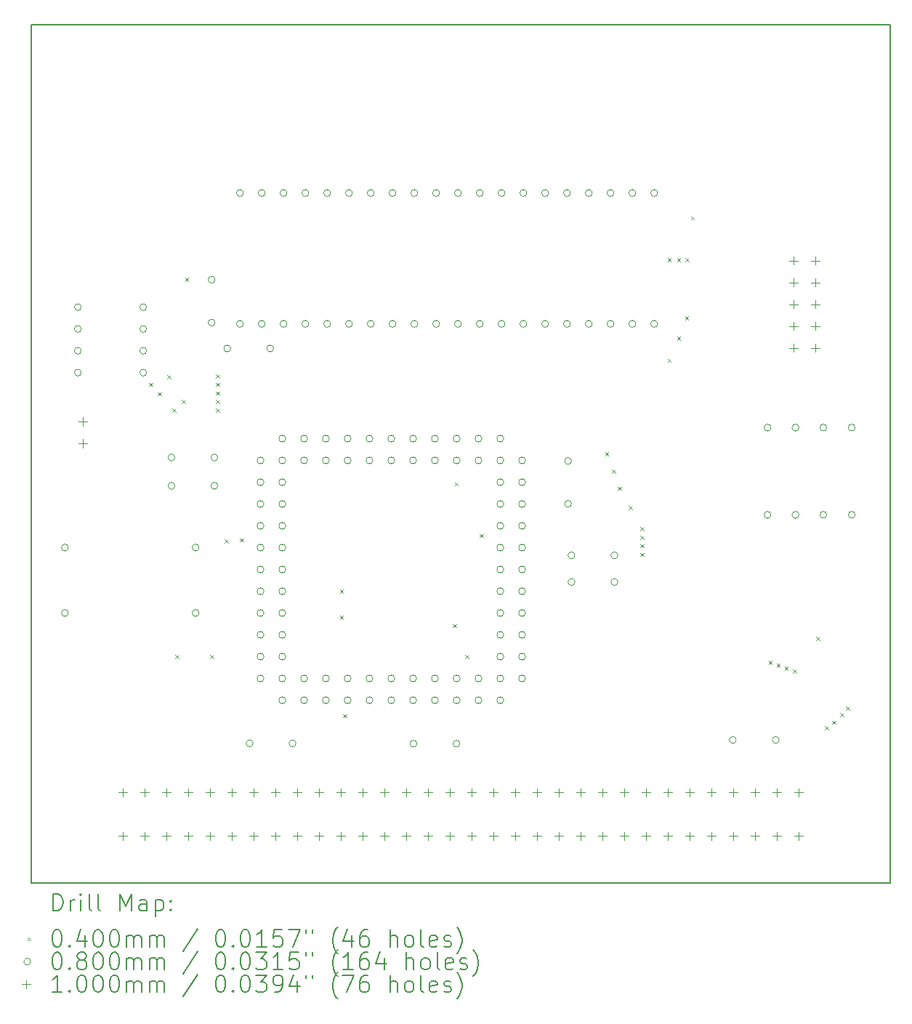
<source format=gbr>
%TF.GenerationSoftware,KiCad,Pcbnew,7.0.5*%
%TF.CreationDate,2024-01-19T11:40:46-07:00*%
%TF.ProjectId,cpu_board,6370755f-626f-4617-9264-2e6b69636164,rev?*%
%TF.SameCoordinates,Original*%
%TF.FileFunction,Drillmap*%
%TF.FilePolarity,Positive*%
%FSLAX45Y45*%
G04 Gerber Fmt 4.5, Leading zero omitted, Abs format (unit mm)*
G04 Created by KiCad (PCBNEW 7.0.5) date 2024-01-19 11:40:46*
%MOMM*%
%LPD*%
G01*
G04 APERTURE LIST*
%ADD10C,0.200000*%
%ADD11C,0.040000*%
%ADD12C,0.080000*%
%ADD13C,0.100000*%
G04 APERTURE END LIST*
D10*
X5750000Y-6600000D02*
X15750000Y-6600000D01*
X15750000Y-16600000D01*
X5750000Y-16600000D01*
X5750000Y-6600000D01*
D11*
X7120000Y-10770000D02*
X7160000Y-10810000D01*
X7160000Y-10770000D02*
X7120000Y-10810000D01*
X7220000Y-10879950D02*
X7260000Y-10919950D01*
X7260000Y-10879950D02*
X7220000Y-10919950D01*
X7330000Y-10680000D02*
X7370000Y-10720000D01*
X7370000Y-10680000D02*
X7330000Y-10720000D01*
X7390000Y-11069950D02*
X7430000Y-11109950D01*
X7430000Y-11069950D02*
X7390000Y-11109950D01*
X7421950Y-13938050D02*
X7461950Y-13978050D01*
X7461950Y-13938050D02*
X7421950Y-13978050D01*
X7500000Y-10970000D02*
X7540000Y-11010000D01*
X7540000Y-10970000D02*
X7500000Y-11010000D01*
X7537550Y-9548500D02*
X7577550Y-9588500D01*
X7577550Y-9548500D02*
X7537550Y-9588500D01*
X7830000Y-13940000D02*
X7870000Y-13980000D01*
X7870000Y-13940000D02*
X7830000Y-13980000D01*
X7900000Y-10670000D02*
X7940000Y-10710000D01*
X7940000Y-10670000D02*
X7900000Y-10710000D01*
X7900000Y-10770099D02*
X7940000Y-10810099D01*
X7940000Y-10770099D02*
X7900000Y-10810099D01*
X7900000Y-10870050D02*
X7940000Y-10910050D01*
X7940000Y-10870050D02*
X7900000Y-10910050D01*
X7900000Y-10970000D02*
X7940000Y-11010000D01*
X7940000Y-10970000D02*
X7900000Y-11010000D01*
X7900000Y-11069950D02*
X7940000Y-11109950D01*
X7940000Y-11069950D02*
X7900000Y-11109950D01*
X8000000Y-12596550D02*
X8040000Y-12636550D01*
X8040000Y-12596550D02*
X8000000Y-12636550D01*
X8180000Y-12580000D02*
X8220000Y-12620000D01*
X8220000Y-12580000D02*
X8180000Y-12620000D01*
X9340000Y-13180000D02*
X9380000Y-13220000D01*
X9380000Y-13180000D02*
X9340000Y-13220000D01*
X9340000Y-13480000D02*
X9380000Y-13520000D01*
X9380000Y-13480000D02*
X9340000Y-13520000D01*
X9380000Y-14630000D02*
X9420000Y-14670000D01*
X9420000Y-14630000D02*
X9380000Y-14670000D01*
X10660000Y-13579950D02*
X10700000Y-13619950D01*
X10700000Y-13579950D02*
X10660000Y-13619950D01*
X10680000Y-11930000D02*
X10720000Y-11970000D01*
X10720000Y-11930000D02*
X10680000Y-11970000D01*
X10800000Y-13940000D02*
X10840000Y-13980000D01*
X10840000Y-13940000D02*
X10800000Y-13980000D01*
X10970000Y-12530000D02*
X11010000Y-12570000D01*
X11010000Y-12530000D02*
X10970000Y-12570000D01*
X12432450Y-11580000D02*
X12472450Y-11620000D01*
X12472450Y-11580000D02*
X12432450Y-11620000D01*
X12510000Y-11780000D02*
X12550000Y-11820000D01*
X12550000Y-11780000D02*
X12510000Y-11820000D01*
X12580000Y-11980000D02*
X12620000Y-12020000D01*
X12620000Y-11980000D02*
X12580000Y-12020000D01*
X12703770Y-12206230D02*
X12743770Y-12246230D01*
X12743770Y-12206230D02*
X12703770Y-12246230D01*
X12840000Y-12550000D02*
X12880000Y-12590000D01*
X12880000Y-12550000D02*
X12840000Y-12590000D01*
X12840000Y-12649950D02*
X12880000Y-12689950D01*
X12880000Y-12649950D02*
X12840000Y-12689950D01*
X12840000Y-12749901D02*
X12880000Y-12789901D01*
X12880000Y-12749901D02*
X12840000Y-12789901D01*
X12842550Y-12450000D02*
X12882550Y-12490000D01*
X12882550Y-12450000D02*
X12842550Y-12490000D01*
X13160000Y-9316306D02*
X13200000Y-9356306D01*
X13200000Y-9316306D02*
X13160000Y-9356306D01*
X13160000Y-10490000D02*
X13200000Y-10530000D01*
X13200000Y-10490000D02*
X13160000Y-10530000D01*
X13270000Y-9320000D02*
X13310000Y-9360000D01*
X13310000Y-9320000D02*
X13270000Y-9360000D01*
X13270000Y-10230000D02*
X13310000Y-10270000D01*
X13310000Y-10230000D02*
X13270000Y-10270000D01*
X13363770Y-9996230D02*
X13403770Y-10036230D01*
X13403770Y-9996230D02*
X13363770Y-10036230D01*
X13370000Y-9320000D02*
X13410000Y-9360000D01*
X13410000Y-9320000D02*
X13370000Y-9360000D01*
X13430000Y-8830000D02*
X13470000Y-8870000D01*
X13470000Y-8830000D02*
X13430000Y-8870000D01*
X14335991Y-14006052D02*
X14375991Y-14046052D01*
X14375991Y-14006052D02*
X14335991Y-14046052D01*
X14430000Y-14040000D02*
X14470000Y-14080000D01*
X14470000Y-14040000D02*
X14430000Y-14080000D01*
X14523586Y-14075095D02*
X14563586Y-14115095D01*
X14563586Y-14075095D02*
X14523586Y-14115095D01*
X14620000Y-14110000D02*
X14660000Y-14150000D01*
X14660000Y-14110000D02*
X14620000Y-14150000D01*
X14889875Y-13729506D02*
X14929875Y-13769506D01*
X14929875Y-13729506D02*
X14889875Y-13769506D01*
X14990000Y-14770000D02*
X15030000Y-14810000D01*
X15030000Y-14770000D02*
X14990000Y-14810000D01*
X15080200Y-14706400D02*
X15120200Y-14746400D01*
X15120200Y-14706400D02*
X15080200Y-14746400D01*
X15167550Y-14620000D02*
X15207550Y-14660000D01*
X15207550Y-14620000D02*
X15167550Y-14660000D01*
X15240000Y-14543792D02*
X15280000Y-14583792D01*
X15280000Y-14543792D02*
X15240000Y-14583792D01*
D12*
X6178000Y-12689000D02*
G75*
G03*
X6178000Y-12689000I-40000J0D01*
G01*
X6178000Y-13451000D02*
G75*
G03*
X6178000Y-13451000I-40000J0D01*
G01*
X6328000Y-9888000D02*
G75*
G03*
X6328000Y-9888000I-40000J0D01*
G01*
X6328000Y-10142000D02*
G75*
G03*
X6328000Y-10142000I-40000J0D01*
G01*
X6328000Y-10396000D02*
G75*
G03*
X6328000Y-10396000I-40000J0D01*
G01*
X6328000Y-10650000D02*
G75*
G03*
X6328000Y-10650000I-40000J0D01*
G01*
X7090000Y-9888000D02*
G75*
G03*
X7090000Y-9888000I-40000J0D01*
G01*
X7090000Y-10142000D02*
G75*
G03*
X7090000Y-10142000I-40000J0D01*
G01*
X7090000Y-10396000D02*
G75*
G03*
X7090000Y-10396000I-40000J0D01*
G01*
X7090000Y-10650000D02*
G75*
G03*
X7090000Y-10650000I-40000J0D01*
G01*
X7420000Y-11640000D02*
G75*
G03*
X7420000Y-11640000I-40000J0D01*
G01*
X7420000Y-11970000D02*
G75*
G03*
X7420000Y-11970000I-40000J0D01*
G01*
X7702000Y-12689000D02*
G75*
G03*
X7702000Y-12689000I-40000J0D01*
G01*
X7702000Y-13451000D02*
G75*
G03*
X7702000Y-13451000I-40000J0D01*
G01*
X7887500Y-9568500D02*
G75*
G03*
X7887500Y-9568500I-40000J0D01*
G01*
X7887500Y-10068500D02*
G75*
G03*
X7887500Y-10068500I-40000J0D01*
G01*
X7920000Y-11640000D02*
G75*
G03*
X7920000Y-11640000I-40000J0D01*
G01*
X7920000Y-11970000D02*
G75*
G03*
X7920000Y-11970000I-40000J0D01*
G01*
X8070000Y-10370000D02*
G75*
G03*
X8070000Y-10370000I-40000J0D01*
G01*
X8217500Y-8558500D02*
G75*
G03*
X8217500Y-8558500I-40000J0D01*
G01*
X8217500Y-10082500D02*
G75*
G03*
X8217500Y-10082500I-40000J0D01*
G01*
X8330000Y-14970000D02*
G75*
G03*
X8330000Y-14970000I-40000J0D01*
G01*
X8456000Y-11674000D02*
G75*
G03*
X8456000Y-11674000I-40000J0D01*
G01*
X8456000Y-11928000D02*
G75*
G03*
X8456000Y-11928000I-40000J0D01*
G01*
X8456000Y-12182000D02*
G75*
G03*
X8456000Y-12182000I-40000J0D01*
G01*
X8456000Y-12436000D02*
G75*
G03*
X8456000Y-12436000I-40000J0D01*
G01*
X8456000Y-12690000D02*
G75*
G03*
X8456000Y-12690000I-40000J0D01*
G01*
X8456000Y-12944000D02*
G75*
G03*
X8456000Y-12944000I-40000J0D01*
G01*
X8456000Y-13198000D02*
G75*
G03*
X8456000Y-13198000I-40000J0D01*
G01*
X8456000Y-13452000D02*
G75*
G03*
X8456000Y-13452000I-40000J0D01*
G01*
X8456000Y-13706000D02*
G75*
G03*
X8456000Y-13706000I-40000J0D01*
G01*
X8456000Y-13960000D02*
G75*
G03*
X8456000Y-13960000I-40000J0D01*
G01*
X8456000Y-14214000D02*
G75*
G03*
X8456000Y-14214000I-40000J0D01*
G01*
X8471500Y-8558500D02*
G75*
G03*
X8471500Y-8558500I-40000J0D01*
G01*
X8471500Y-10082500D02*
G75*
G03*
X8471500Y-10082500I-40000J0D01*
G01*
X8570000Y-10370000D02*
G75*
G03*
X8570000Y-10370000I-40000J0D01*
G01*
X8710000Y-11420000D02*
G75*
G03*
X8710000Y-11420000I-40000J0D01*
G01*
X8710000Y-11674000D02*
G75*
G03*
X8710000Y-11674000I-40000J0D01*
G01*
X8710000Y-11928000D02*
G75*
G03*
X8710000Y-11928000I-40000J0D01*
G01*
X8710000Y-12182000D02*
G75*
G03*
X8710000Y-12182000I-40000J0D01*
G01*
X8710000Y-12436000D02*
G75*
G03*
X8710000Y-12436000I-40000J0D01*
G01*
X8710000Y-12690000D02*
G75*
G03*
X8710000Y-12690000I-40000J0D01*
G01*
X8710000Y-12944000D02*
G75*
G03*
X8710000Y-12944000I-40000J0D01*
G01*
X8710000Y-13198000D02*
G75*
G03*
X8710000Y-13198000I-40000J0D01*
G01*
X8710000Y-13452000D02*
G75*
G03*
X8710000Y-13452000I-40000J0D01*
G01*
X8710000Y-13706000D02*
G75*
G03*
X8710000Y-13706000I-40000J0D01*
G01*
X8710000Y-13960000D02*
G75*
G03*
X8710000Y-13960000I-40000J0D01*
G01*
X8710000Y-14214000D02*
G75*
G03*
X8710000Y-14214000I-40000J0D01*
G01*
X8710000Y-14468000D02*
G75*
G03*
X8710000Y-14468000I-40000J0D01*
G01*
X8725500Y-8558500D02*
G75*
G03*
X8725500Y-8558500I-40000J0D01*
G01*
X8725500Y-10082500D02*
G75*
G03*
X8725500Y-10082500I-40000J0D01*
G01*
X8830000Y-14970000D02*
G75*
G03*
X8830000Y-14970000I-40000J0D01*
G01*
X8964000Y-11420000D02*
G75*
G03*
X8964000Y-11420000I-40000J0D01*
G01*
X8964000Y-11674000D02*
G75*
G03*
X8964000Y-11674000I-40000J0D01*
G01*
X8964000Y-14214000D02*
G75*
G03*
X8964000Y-14214000I-40000J0D01*
G01*
X8964000Y-14468000D02*
G75*
G03*
X8964000Y-14468000I-40000J0D01*
G01*
X8979500Y-8558500D02*
G75*
G03*
X8979500Y-8558500I-40000J0D01*
G01*
X8979500Y-10082500D02*
G75*
G03*
X8979500Y-10082500I-40000J0D01*
G01*
X9218000Y-11420000D02*
G75*
G03*
X9218000Y-11420000I-40000J0D01*
G01*
X9218000Y-11674000D02*
G75*
G03*
X9218000Y-11674000I-40000J0D01*
G01*
X9218000Y-14214000D02*
G75*
G03*
X9218000Y-14214000I-40000J0D01*
G01*
X9218000Y-14468000D02*
G75*
G03*
X9218000Y-14468000I-40000J0D01*
G01*
X9233500Y-8558500D02*
G75*
G03*
X9233500Y-8558500I-40000J0D01*
G01*
X9233500Y-10082500D02*
G75*
G03*
X9233500Y-10082500I-40000J0D01*
G01*
X9472000Y-11420000D02*
G75*
G03*
X9472000Y-11420000I-40000J0D01*
G01*
X9472000Y-11674000D02*
G75*
G03*
X9472000Y-11674000I-40000J0D01*
G01*
X9472000Y-14214000D02*
G75*
G03*
X9472000Y-14214000I-40000J0D01*
G01*
X9472000Y-14468000D02*
G75*
G03*
X9472000Y-14468000I-40000J0D01*
G01*
X9487500Y-8558500D02*
G75*
G03*
X9487500Y-8558500I-40000J0D01*
G01*
X9487500Y-10082500D02*
G75*
G03*
X9487500Y-10082500I-40000J0D01*
G01*
X9726000Y-11420000D02*
G75*
G03*
X9726000Y-11420000I-40000J0D01*
G01*
X9726000Y-11674000D02*
G75*
G03*
X9726000Y-11674000I-40000J0D01*
G01*
X9726000Y-14214000D02*
G75*
G03*
X9726000Y-14214000I-40000J0D01*
G01*
X9726000Y-14468000D02*
G75*
G03*
X9726000Y-14468000I-40000J0D01*
G01*
X9741500Y-8558500D02*
G75*
G03*
X9741500Y-8558500I-40000J0D01*
G01*
X9741500Y-10082500D02*
G75*
G03*
X9741500Y-10082500I-40000J0D01*
G01*
X9980000Y-11420000D02*
G75*
G03*
X9980000Y-11420000I-40000J0D01*
G01*
X9980000Y-11674000D02*
G75*
G03*
X9980000Y-11674000I-40000J0D01*
G01*
X9980000Y-14214000D02*
G75*
G03*
X9980000Y-14214000I-40000J0D01*
G01*
X9980000Y-14468000D02*
G75*
G03*
X9980000Y-14468000I-40000J0D01*
G01*
X9995500Y-8558500D02*
G75*
G03*
X9995500Y-8558500I-40000J0D01*
G01*
X9995500Y-10082500D02*
G75*
G03*
X9995500Y-10082500I-40000J0D01*
G01*
X10234000Y-11420000D02*
G75*
G03*
X10234000Y-11420000I-40000J0D01*
G01*
X10234000Y-11674000D02*
G75*
G03*
X10234000Y-11674000I-40000J0D01*
G01*
X10234000Y-14214000D02*
G75*
G03*
X10234000Y-14214000I-40000J0D01*
G01*
X10234000Y-14468000D02*
G75*
G03*
X10234000Y-14468000I-40000J0D01*
G01*
X10240000Y-14975000D02*
G75*
G03*
X10240000Y-14975000I-40000J0D01*
G01*
X10249500Y-8558500D02*
G75*
G03*
X10249500Y-8558500I-40000J0D01*
G01*
X10249500Y-10082500D02*
G75*
G03*
X10249500Y-10082500I-40000J0D01*
G01*
X10488000Y-11420000D02*
G75*
G03*
X10488000Y-11420000I-40000J0D01*
G01*
X10488000Y-11674000D02*
G75*
G03*
X10488000Y-11674000I-40000J0D01*
G01*
X10488000Y-14214000D02*
G75*
G03*
X10488000Y-14214000I-40000J0D01*
G01*
X10488000Y-14468000D02*
G75*
G03*
X10488000Y-14468000I-40000J0D01*
G01*
X10503500Y-8558500D02*
G75*
G03*
X10503500Y-8558500I-40000J0D01*
G01*
X10503500Y-10082500D02*
G75*
G03*
X10503500Y-10082500I-40000J0D01*
G01*
X10740000Y-14975000D02*
G75*
G03*
X10740000Y-14975000I-40000J0D01*
G01*
X10742000Y-11420000D02*
G75*
G03*
X10742000Y-11420000I-40000J0D01*
G01*
X10742000Y-11674000D02*
G75*
G03*
X10742000Y-11674000I-40000J0D01*
G01*
X10742000Y-14214000D02*
G75*
G03*
X10742000Y-14214000I-40000J0D01*
G01*
X10742000Y-14468000D02*
G75*
G03*
X10742000Y-14468000I-40000J0D01*
G01*
X10757500Y-8558500D02*
G75*
G03*
X10757500Y-8558500I-40000J0D01*
G01*
X10757500Y-10082500D02*
G75*
G03*
X10757500Y-10082500I-40000J0D01*
G01*
X10996000Y-11420000D02*
G75*
G03*
X10996000Y-11420000I-40000J0D01*
G01*
X10996000Y-11674000D02*
G75*
G03*
X10996000Y-11674000I-40000J0D01*
G01*
X10996000Y-14214000D02*
G75*
G03*
X10996000Y-14214000I-40000J0D01*
G01*
X10996000Y-14468000D02*
G75*
G03*
X10996000Y-14468000I-40000J0D01*
G01*
X11011500Y-8558500D02*
G75*
G03*
X11011500Y-8558500I-40000J0D01*
G01*
X11011500Y-10082500D02*
G75*
G03*
X11011500Y-10082500I-40000J0D01*
G01*
X11250000Y-11420000D02*
G75*
G03*
X11250000Y-11420000I-40000J0D01*
G01*
X11250000Y-11674000D02*
G75*
G03*
X11250000Y-11674000I-40000J0D01*
G01*
X11250000Y-11928000D02*
G75*
G03*
X11250000Y-11928000I-40000J0D01*
G01*
X11250000Y-12182000D02*
G75*
G03*
X11250000Y-12182000I-40000J0D01*
G01*
X11250000Y-12436000D02*
G75*
G03*
X11250000Y-12436000I-40000J0D01*
G01*
X11250000Y-12690000D02*
G75*
G03*
X11250000Y-12690000I-40000J0D01*
G01*
X11250000Y-12944000D02*
G75*
G03*
X11250000Y-12944000I-40000J0D01*
G01*
X11250000Y-13198000D02*
G75*
G03*
X11250000Y-13198000I-40000J0D01*
G01*
X11250000Y-13452000D02*
G75*
G03*
X11250000Y-13452000I-40000J0D01*
G01*
X11250000Y-13706000D02*
G75*
G03*
X11250000Y-13706000I-40000J0D01*
G01*
X11250000Y-13960000D02*
G75*
G03*
X11250000Y-13960000I-40000J0D01*
G01*
X11250000Y-14214000D02*
G75*
G03*
X11250000Y-14214000I-40000J0D01*
G01*
X11250000Y-14468000D02*
G75*
G03*
X11250000Y-14468000I-40000J0D01*
G01*
X11265500Y-8558500D02*
G75*
G03*
X11265500Y-8558500I-40000J0D01*
G01*
X11265500Y-10082500D02*
G75*
G03*
X11265500Y-10082500I-40000J0D01*
G01*
X11504000Y-11674000D02*
G75*
G03*
X11504000Y-11674000I-40000J0D01*
G01*
X11504000Y-11928000D02*
G75*
G03*
X11504000Y-11928000I-40000J0D01*
G01*
X11504000Y-12182000D02*
G75*
G03*
X11504000Y-12182000I-40000J0D01*
G01*
X11504000Y-12436000D02*
G75*
G03*
X11504000Y-12436000I-40000J0D01*
G01*
X11504000Y-12690000D02*
G75*
G03*
X11504000Y-12690000I-40000J0D01*
G01*
X11504000Y-12944000D02*
G75*
G03*
X11504000Y-12944000I-40000J0D01*
G01*
X11504000Y-13198000D02*
G75*
G03*
X11504000Y-13198000I-40000J0D01*
G01*
X11504000Y-13452000D02*
G75*
G03*
X11504000Y-13452000I-40000J0D01*
G01*
X11504000Y-13706000D02*
G75*
G03*
X11504000Y-13706000I-40000J0D01*
G01*
X11504000Y-13960000D02*
G75*
G03*
X11504000Y-13960000I-40000J0D01*
G01*
X11504000Y-14214000D02*
G75*
G03*
X11504000Y-14214000I-40000J0D01*
G01*
X11519500Y-8558500D02*
G75*
G03*
X11519500Y-8558500I-40000J0D01*
G01*
X11519500Y-10082500D02*
G75*
G03*
X11519500Y-10082500I-40000J0D01*
G01*
X11773500Y-8558500D02*
G75*
G03*
X11773500Y-8558500I-40000J0D01*
G01*
X11773500Y-10082500D02*
G75*
G03*
X11773500Y-10082500I-40000J0D01*
G01*
X12027500Y-8558500D02*
G75*
G03*
X12027500Y-8558500I-40000J0D01*
G01*
X12027500Y-10082500D02*
G75*
G03*
X12027500Y-10082500I-40000J0D01*
G01*
X12040000Y-11680000D02*
G75*
G03*
X12040000Y-11680000I-40000J0D01*
G01*
X12040000Y-12180000D02*
G75*
G03*
X12040000Y-12180000I-40000J0D01*
G01*
X12080000Y-12780000D02*
G75*
G03*
X12080000Y-12780000I-40000J0D01*
G01*
X12080000Y-13090000D02*
G75*
G03*
X12080000Y-13090000I-40000J0D01*
G01*
X12281500Y-8558500D02*
G75*
G03*
X12281500Y-8558500I-40000J0D01*
G01*
X12281500Y-10082500D02*
G75*
G03*
X12281500Y-10082500I-40000J0D01*
G01*
X12535500Y-8558500D02*
G75*
G03*
X12535500Y-8558500I-40000J0D01*
G01*
X12535500Y-10082500D02*
G75*
G03*
X12535500Y-10082500I-40000J0D01*
G01*
X12580000Y-12780000D02*
G75*
G03*
X12580000Y-12780000I-40000J0D01*
G01*
X12580000Y-13090000D02*
G75*
G03*
X12580000Y-13090000I-40000J0D01*
G01*
X12789500Y-8558500D02*
G75*
G03*
X12789500Y-8558500I-40000J0D01*
G01*
X12789500Y-10082500D02*
G75*
G03*
X12789500Y-10082500I-40000J0D01*
G01*
X13043500Y-8558500D02*
G75*
G03*
X13043500Y-8558500I-40000J0D01*
G01*
X13043500Y-10082500D02*
G75*
G03*
X13043500Y-10082500I-40000J0D01*
G01*
X13960000Y-14930000D02*
G75*
G03*
X13960000Y-14930000I-40000J0D01*
G01*
X14365000Y-11292000D02*
G75*
G03*
X14365000Y-11292000I-40000J0D01*
G01*
X14365000Y-12308000D02*
G75*
G03*
X14365000Y-12308000I-40000J0D01*
G01*
X14460000Y-14930000D02*
G75*
G03*
X14460000Y-14930000I-40000J0D01*
G01*
X14690000Y-11292000D02*
G75*
G03*
X14690000Y-11292000I-40000J0D01*
G01*
X14690000Y-12308000D02*
G75*
G03*
X14690000Y-12308000I-40000J0D01*
G01*
X15015000Y-11292000D02*
G75*
G03*
X15015000Y-11292000I-40000J0D01*
G01*
X15015000Y-12308000D02*
G75*
G03*
X15015000Y-12308000I-40000J0D01*
G01*
X15345000Y-11292000D02*
G75*
G03*
X15345000Y-11292000I-40000J0D01*
G01*
X15345000Y-12308000D02*
G75*
G03*
X15345000Y-12308000I-40000J0D01*
G01*
D13*
X6350000Y-11173500D02*
X6350000Y-11273500D01*
X6300000Y-11223500D02*
X6400000Y-11223500D01*
X6350000Y-11427500D02*
X6350000Y-11527500D01*
X6300000Y-11477500D02*
X6400000Y-11477500D01*
X6815825Y-15492590D02*
X6815825Y-15592590D01*
X6765825Y-15542590D02*
X6865825Y-15542590D01*
X6815825Y-16000590D02*
X6815825Y-16100590D01*
X6765825Y-16050590D02*
X6865825Y-16050590D01*
X7069825Y-15492590D02*
X7069825Y-15592590D01*
X7019825Y-15542590D02*
X7119825Y-15542590D01*
X7069825Y-16000590D02*
X7069825Y-16100590D01*
X7019825Y-16050590D02*
X7119825Y-16050590D01*
X7323825Y-15492590D02*
X7323825Y-15592590D01*
X7273825Y-15542590D02*
X7373825Y-15542590D01*
X7323825Y-16000590D02*
X7323825Y-16100590D01*
X7273825Y-16050590D02*
X7373825Y-16050590D01*
X7577825Y-15492590D02*
X7577825Y-15592590D01*
X7527825Y-15542590D02*
X7627825Y-15542590D01*
X7577825Y-16000590D02*
X7577825Y-16100590D01*
X7527825Y-16050590D02*
X7627825Y-16050590D01*
X7831825Y-15492590D02*
X7831825Y-15592590D01*
X7781825Y-15542590D02*
X7881825Y-15542590D01*
X7831825Y-16000590D02*
X7831825Y-16100590D01*
X7781825Y-16050590D02*
X7881825Y-16050590D01*
X8085825Y-15492590D02*
X8085825Y-15592590D01*
X8035825Y-15542590D02*
X8135825Y-15542590D01*
X8085825Y-16000590D02*
X8085825Y-16100590D01*
X8035825Y-16050590D02*
X8135825Y-16050590D01*
X8339825Y-15492590D02*
X8339825Y-15592590D01*
X8289825Y-15542590D02*
X8389825Y-15542590D01*
X8339825Y-16000590D02*
X8339825Y-16100590D01*
X8289825Y-16050590D02*
X8389825Y-16050590D01*
X8593825Y-15492590D02*
X8593825Y-15592590D01*
X8543825Y-15542590D02*
X8643825Y-15542590D01*
X8593825Y-16000590D02*
X8593825Y-16100590D01*
X8543825Y-16050590D02*
X8643825Y-16050590D01*
X8847825Y-15492590D02*
X8847825Y-15592590D01*
X8797825Y-15542590D02*
X8897825Y-15542590D01*
X8847825Y-16000590D02*
X8847825Y-16100590D01*
X8797825Y-16050590D02*
X8897825Y-16050590D01*
X9101825Y-15492590D02*
X9101825Y-15592590D01*
X9051825Y-15542590D02*
X9151825Y-15542590D01*
X9101825Y-16000590D02*
X9101825Y-16100590D01*
X9051825Y-16050590D02*
X9151825Y-16050590D01*
X9355825Y-15492590D02*
X9355825Y-15592590D01*
X9305825Y-15542590D02*
X9405825Y-15542590D01*
X9355825Y-16000590D02*
X9355825Y-16100590D01*
X9305825Y-16050590D02*
X9405825Y-16050590D01*
X9609825Y-15492590D02*
X9609825Y-15592590D01*
X9559825Y-15542590D02*
X9659825Y-15542590D01*
X9609825Y-16000590D02*
X9609825Y-16100590D01*
X9559825Y-16050590D02*
X9659825Y-16050590D01*
X9863825Y-15492590D02*
X9863825Y-15592590D01*
X9813825Y-15542590D02*
X9913825Y-15542590D01*
X9863825Y-16000590D02*
X9863825Y-16100590D01*
X9813825Y-16050590D02*
X9913825Y-16050590D01*
X10117825Y-15492590D02*
X10117825Y-15592590D01*
X10067825Y-15542590D02*
X10167825Y-15542590D01*
X10117825Y-16000590D02*
X10117825Y-16100590D01*
X10067825Y-16050590D02*
X10167825Y-16050590D01*
X10371825Y-15492590D02*
X10371825Y-15592590D01*
X10321825Y-15542590D02*
X10421825Y-15542590D01*
X10371825Y-16000590D02*
X10371825Y-16100590D01*
X10321825Y-16050590D02*
X10421825Y-16050590D01*
X10625825Y-15492590D02*
X10625825Y-15592590D01*
X10575825Y-15542590D02*
X10675825Y-15542590D01*
X10625825Y-16000590D02*
X10625825Y-16100590D01*
X10575825Y-16050590D02*
X10675825Y-16050590D01*
X10879825Y-15492590D02*
X10879825Y-15592590D01*
X10829825Y-15542590D02*
X10929825Y-15542590D01*
X10879825Y-16000590D02*
X10879825Y-16100590D01*
X10829825Y-16050590D02*
X10929825Y-16050590D01*
X11133825Y-15492590D02*
X11133825Y-15592590D01*
X11083825Y-15542590D02*
X11183825Y-15542590D01*
X11133825Y-16000590D02*
X11133825Y-16100590D01*
X11083825Y-16050590D02*
X11183825Y-16050590D01*
X11387825Y-15492590D02*
X11387825Y-15592590D01*
X11337825Y-15542590D02*
X11437825Y-15542590D01*
X11387825Y-16000590D02*
X11387825Y-16100590D01*
X11337825Y-16050590D02*
X11437825Y-16050590D01*
X11641825Y-15492590D02*
X11641825Y-15592590D01*
X11591825Y-15542590D02*
X11691825Y-15542590D01*
X11641825Y-16000590D02*
X11641825Y-16100590D01*
X11591825Y-16050590D02*
X11691825Y-16050590D01*
X11895825Y-15492590D02*
X11895825Y-15592590D01*
X11845825Y-15542590D02*
X11945825Y-15542590D01*
X11895825Y-16000590D02*
X11895825Y-16100590D01*
X11845825Y-16050590D02*
X11945825Y-16050590D01*
X12149825Y-15492590D02*
X12149825Y-15592590D01*
X12099825Y-15542590D02*
X12199825Y-15542590D01*
X12149825Y-16000590D02*
X12149825Y-16100590D01*
X12099825Y-16050590D02*
X12199825Y-16050590D01*
X12403825Y-15492590D02*
X12403825Y-15592590D01*
X12353825Y-15542590D02*
X12453825Y-15542590D01*
X12403825Y-16000590D02*
X12403825Y-16100590D01*
X12353825Y-16050590D02*
X12453825Y-16050590D01*
X12657825Y-15492590D02*
X12657825Y-15592590D01*
X12607825Y-15542590D02*
X12707825Y-15542590D01*
X12657825Y-16000590D02*
X12657825Y-16100590D01*
X12607825Y-16050590D02*
X12707825Y-16050590D01*
X12911825Y-15492590D02*
X12911825Y-15592590D01*
X12861825Y-15542590D02*
X12961825Y-15542590D01*
X12911825Y-16000590D02*
X12911825Y-16100590D01*
X12861825Y-16050590D02*
X12961825Y-16050590D01*
X13165825Y-15492590D02*
X13165825Y-15592590D01*
X13115825Y-15542590D02*
X13215825Y-15542590D01*
X13165825Y-16000590D02*
X13165825Y-16100590D01*
X13115825Y-16050590D02*
X13215825Y-16050590D01*
X13419825Y-15492590D02*
X13419825Y-15592590D01*
X13369825Y-15542590D02*
X13469825Y-15542590D01*
X13419825Y-16000590D02*
X13419825Y-16100590D01*
X13369825Y-16050590D02*
X13469825Y-16050590D01*
X13673825Y-15492590D02*
X13673825Y-15592590D01*
X13623825Y-15542590D02*
X13723825Y-15542590D01*
X13673825Y-16000590D02*
X13673825Y-16100590D01*
X13623825Y-16050590D02*
X13723825Y-16050590D01*
X13927825Y-15492590D02*
X13927825Y-15592590D01*
X13877825Y-15542590D02*
X13977825Y-15542590D01*
X13927825Y-16000590D02*
X13927825Y-16100590D01*
X13877825Y-16050590D02*
X13977825Y-16050590D01*
X14181825Y-15492590D02*
X14181825Y-15592590D01*
X14131825Y-15542590D02*
X14231825Y-15542590D01*
X14181825Y-16000590D02*
X14181825Y-16100590D01*
X14131825Y-16050590D02*
X14231825Y-16050590D01*
X14435825Y-15492590D02*
X14435825Y-15592590D01*
X14385825Y-15542590D02*
X14485825Y-15542590D01*
X14435825Y-16000590D02*
X14435825Y-16100590D01*
X14385825Y-16050590D02*
X14485825Y-16050590D01*
X14625000Y-9296000D02*
X14625000Y-9396000D01*
X14575000Y-9346000D02*
X14675000Y-9346000D01*
X14625000Y-9550000D02*
X14625000Y-9650000D01*
X14575000Y-9600000D02*
X14675000Y-9600000D01*
X14625000Y-9804000D02*
X14625000Y-9904000D01*
X14575000Y-9854000D02*
X14675000Y-9854000D01*
X14625000Y-10058000D02*
X14625000Y-10158000D01*
X14575000Y-10108000D02*
X14675000Y-10108000D01*
X14625000Y-10312000D02*
X14625000Y-10412000D01*
X14575000Y-10362000D02*
X14675000Y-10362000D01*
X14689825Y-15492590D02*
X14689825Y-15592590D01*
X14639825Y-15542590D02*
X14739825Y-15542590D01*
X14689825Y-16000590D02*
X14689825Y-16100590D01*
X14639825Y-16050590D02*
X14739825Y-16050590D01*
X14879000Y-9296000D02*
X14879000Y-9396000D01*
X14829000Y-9346000D02*
X14929000Y-9346000D01*
X14879000Y-9550000D02*
X14879000Y-9650000D01*
X14829000Y-9600000D02*
X14929000Y-9600000D01*
X14879000Y-9804000D02*
X14879000Y-9904000D01*
X14829000Y-9854000D02*
X14929000Y-9854000D01*
X14879000Y-10058000D02*
X14879000Y-10158000D01*
X14829000Y-10108000D02*
X14929000Y-10108000D01*
X14879000Y-10312000D02*
X14879000Y-10412000D01*
X14829000Y-10362000D02*
X14929000Y-10362000D01*
D10*
X6000777Y-16921484D02*
X6000777Y-16721484D01*
X6000777Y-16721484D02*
X6048396Y-16721484D01*
X6048396Y-16721484D02*
X6076967Y-16731008D01*
X6076967Y-16731008D02*
X6096015Y-16750055D01*
X6096015Y-16750055D02*
X6105539Y-16769103D01*
X6105539Y-16769103D02*
X6115062Y-16807198D01*
X6115062Y-16807198D02*
X6115062Y-16835770D01*
X6115062Y-16835770D02*
X6105539Y-16873865D01*
X6105539Y-16873865D02*
X6096015Y-16892912D01*
X6096015Y-16892912D02*
X6076967Y-16911960D01*
X6076967Y-16911960D02*
X6048396Y-16921484D01*
X6048396Y-16921484D02*
X6000777Y-16921484D01*
X6200777Y-16921484D02*
X6200777Y-16788150D01*
X6200777Y-16826246D02*
X6210301Y-16807198D01*
X6210301Y-16807198D02*
X6219824Y-16797674D01*
X6219824Y-16797674D02*
X6238872Y-16788150D01*
X6238872Y-16788150D02*
X6257920Y-16788150D01*
X6324586Y-16921484D02*
X6324586Y-16788150D01*
X6324586Y-16721484D02*
X6315062Y-16731008D01*
X6315062Y-16731008D02*
X6324586Y-16740531D01*
X6324586Y-16740531D02*
X6334110Y-16731008D01*
X6334110Y-16731008D02*
X6324586Y-16721484D01*
X6324586Y-16721484D02*
X6324586Y-16740531D01*
X6448396Y-16921484D02*
X6429348Y-16911960D01*
X6429348Y-16911960D02*
X6419824Y-16892912D01*
X6419824Y-16892912D02*
X6419824Y-16721484D01*
X6553158Y-16921484D02*
X6534110Y-16911960D01*
X6534110Y-16911960D02*
X6524586Y-16892912D01*
X6524586Y-16892912D02*
X6524586Y-16721484D01*
X6781729Y-16921484D02*
X6781729Y-16721484D01*
X6781729Y-16721484D02*
X6848396Y-16864341D01*
X6848396Y-16864341D02*
X6915062Y-16721484D01*
X6915062Y-16721484D02*
X6915062Y-16921484D01*
X7096015Y-16921484D02*
X7096015Y-16816722D01*
X7096015Y-16816722D02*
X7086491Y-16797674D01*
X7086491Y-16797674D02*
X7067443Y-16788150D01*
X7067443Y-16788150D02*
X7029348Y-16788150D01*
X7029348Y-16788150D02*
X7010301Y-16797674D01*
X7096015Y-16911960D02*
X7076967Y-16921484D01*
X7076967Y-16921484D02*
X7029348Y-16921484D01*
X7029348Y-16921484D02*
X7010301Y-16911960D01*
X7010301Y-16911960D02*
X7000777Y-16892912D01*
X7000777Y-16892912D02*
X7000777Y-16873865D01*
X7000777Y-16873865D02*
X7010301Y-16854817D01*
X7010301Y-16854817D02*
X7029348Y-16845293D01*
X7029348Y-16845293D02*
X7076967Y-16845293D01*
X7076967Y-16845293D02*
X7096015Y-16835770D01*
X7191253Y-16788150D02*
X7191253Y-16988150D01*
X7191253Y-16797674D02*
X7210301Y-16788150D01*
X7210301Y-16788150D02*
X7248396Y-16788150D01*
X7248396Y-16788150D02*
X7267443Y-16797674D01*
X7267443Y-16797674D02*
X7276967Y-16807198D01*
X7276967Y-16807198D02*
X7286491Y-16826246D01*
X7286491Y-16826246D02*
X7286491Y-16883389D01*
X7286491Y-16883389D02*
X7276967Y-16902436D01*
X7276967Y-16902436D02*
X7267443Y-16911960D01*
X7267443Y-16911960D02*
X7248396Y-16921484D01*
X7248396Y-16921484D02*
X7210301Y-16921484D01*
X7210301Y-16921484D02*
X7191253Y-16911960D01*
X7372205Y-16902436D02*
X7381729Y-16911960D01*
X7381729Y-16911960D02*
X7372205Y-16921484D01*
X7372205Y-16921484D02*
X7362682Y-16911960D01*
X7362682Y-16911960D02*
X7372205Y-16902436D01*
X7372205Y-16902436D02*
X7372205Y-16921484D01*
X7372205Y-16797674D02*
X7381729Y-16807198D01*
X7381729Y-16807198D02*
X7372205Y-16816722D01*
X7372205Y-16816722D02*
X7362682Y-16807198D01*
X7362682Y-16807198D02*
X7372205Y-16797674D01*
X7372205Y-16797674D02*
X7372205Y-16816722D01*
D11*
X5700000Y-17230000D02*
X5740000Y-17270000D01*
X5740000Y-17230000D02*
X5700000Y-17270000D01*
D10*
X6038872Y-17141484D02*
X6057920Y-17141484D01*
X6057920Y-17141484D02*
X6076967Y-17151008D01*
X6076967Y-17151008D02*
X6086491Y-17160531D01*
X6086491Y-17160531D02*
X6096015Y-17179579D01*
X6096015Y-17179579D02*
X6105539Y-17217674D01*
X6105539Y-17217674D02*
X6105539Y-17265293D01*
X6105539Y-17265293D02*
X6096015Y-17303389D01*
X6096015Y-17303389D02*
X6086491Y-17322436D01*
X6086491Y-17322436D02*
X6076967Y-17331960D01*
X6076967Y-17331960D02*
X6057920Y-17341484D01*
X6057920Y-17341484D02*
X6038872Y-17341484D01*
X6038872Y-17341484D02*
X6019824Y-17331960D01*
X6019824Y-17331960D02*
X6010301Y-17322436D01*
X6010301Y-17322436D02*
X6000777Y-17303389D01*
X6000777Y-17303389D02*
X5991253Y-17265293D01*
X5991253Y-17265293D02*
X5991253Y-17217674D01*
X5991253Y-17217674D02*
X6000777Y-17179579D01*
X6000777Y-17179579D02*
X6010301Y-17160531D01*
X6010301Y-17160531D02*
X6019824Y-17151008D01*
X6019824Y-17151008D02*
X6038872Y-17141484D01*
X6191253Y-17322436D02*
X6200777Y-17331960D01*
X6200777Y-17331960D02*
X6191253Y-17341484D01*
X6191253Y-17341484D02*
X6181729Y-17331960D01*
X6181729Y-17331960D02*
X6191253Y-17322436D01*
X6191253Y-17322436D02*
X6191253Y-17341484D01*
X6372205Y-17208150D02*
X6372205Y-17341484D01*
X6324586Y-17131960D02*
X6276967Y-17274817D01*
X6276967Y-17274817D02*
X6400777Y-17274817D01*
X6515062Y-17141484D02*
X6534110Y-17141484D01*
X6534110Y-17141484D02*
X6553158Y-17151008D01*
X6553158Y-17151008D02*
X6562682Y-17160531D01*
X6562682Y-17160531D02*
X6572205Y-17179579D01*
X6572205Y-17179579D02*
X6581729Y-17217674D01*
X6581729Y-17217674D02*
X6581729Y-17265293D01*
X6581729Y-17265293D02*
X6572205Y-17303389D01*
X6572205Y-17303389D02*
X6562682Y-17322436D01*
X6562682Y-17322436D02*
X6553158Y-17331960D01*
X6553158Y-17331960D02*
X6534110Y-17341484D01*
X6534110Y-17341484D02*
X6515062Y-17341484D01*
X6515062Y-17341484D02*
X6496015Y-17331960D01*
X6496015Y-17331960D02*
X6486491Y-17322436D01*
X6486491Y-17322436D02*
X6476967Y-17303389D01*
X6476967Y-17303389D02*
X6467443Y-17265293D01*
X6467443Y-17265293D02*
X6467443Y-17217674D01*
X6467443Y-17217674D02*
X6476967Y-17179579D01*
X6476967Y-17179579D02*
X6486491Y-17160531D01*
X6486491Y-17160531D02*
X6496015Y-17151008D01*
X6496015Y-17151008D02*
X6515062Y-17141484D01*
X6705539Y-17141484D02*
X6724586Y-17141484D01*
X6724586Y-17141484D02*
X6743634Y-17151008D01*
X6743634Y-17151008D02*
X6753158Y-17160531D01*
X6753158Y-17160531D02*
X6762682Y-17179579D01*
X6762682Y-17179579D02*
X6772205Y-17217674D01*
X6772205Y-17217674D02*
X6772205Y-17265293D01*
X6772205Y-17265293D02*
X6762682Y-17303389D01*
X6762682Y-17303389D02*
X6753158Y-17322436D01*
X6753158Y-17322436D02*
X6743634Y-17331960D01*
X6743634Y-17331960D02*
X6724586Y-17341484D01*
X6724586Y-17341484D02*
X6705539Y-17341484D01*
X6705539Y-17341484D02*
X6686491Y-17331960D01*
X6686491Y-17331960D02*
X6676967Y-17322436D01*
X6676967Y-17322436D02*
X6667443Y-17303389D01*
X6667443Y-17303389D02*
X6657920Y-17265293D01*
X6657920Y-17265293D02*
X6657920Y-17217674D01*
X6657920Y-17217674D02*
X6667443Y-17179579D01*
X6667443Y-17179579D02*
X6676967Y-17160531D01*
X6676967Y-17160531D02*
X6686491Y-17151008D01*
X6686491Y-17151008D02*
X6705539Y-17141484D01*
X6857920Y-17341484D02*
X6857920Y-17208150D01*
X6857920Y-17227198D02*
X6867443Y-17217674D01*
X6867443Y-17217674D02*
X6886491Y-17208150D01*
X6886491Y-17208150D02*
X6915063Y-17208150D01*
X6915063Y-17208150D02*
X6934110Y-17217674D01*
X6934110Y-17217674D02*
X6943634Y-17236722D01*
X6943634Y-17236722D02*
X6943634Y-17341484D01*
X6943634Y-17236722D02*
X6953158Y-17217674D01*
X6953158Y-17217674D02*
X6972205Y-17208150D01*
X6972205Y-17208150D02*
X7000777Y-17208150D01*
X7000777Y-17208150D02*
X7019824Y-17217674D01*
X7019824Y-17217674D02*
X7029348Y-17236722D01*
X7029348Y-17236722D02*
X7029348Y-17341484D01*
X7124586Y-17341484D02*
X7124586Y-17208150D01*
X7124586Y-17227198D02*
X7134110Y-17217674D01*
X7134110Y-17217674D02*
X7153158Y-17208150D01*
X7153158Y-17208150D02*
X7181729Y-17208150D01*
X7181729Y-17208150D02*
X7200777Y-17217674D01*
X7200777Y-17217674D02*
X7210301Y-17236722D01*
X7210301Y-17236722D02*
X7210301Y-17341484D01*
X7210301Y-17236722D02*
X7219824Y-17217674D01*
X7219824Y-17217674D02*
X7238872Y-17208150D01*
X7238872Y-17208150D02*
X7267443Y-17208150D01*
X7267443Y-17208150D02*
X7286491Y-17217674D01*
X7286491Y-17217674D02*
X7296015Y-17236722D01*
X7296015Y-17236722D02*
X7296015Y-17341484D01*
X7686491Y-17131960D02*
X7515063Y-17389103D01*
X7943634Y-17141484D02*
X7962682Y-17141484D01*
X7962682Y-17141484D02*
X7981729Y-17151008D01*
X7981729Y-17151008D02*
X7991253Y-17160531D01*
X7991253Y-17160531D02*
X8000777Y-17179579D01*
X8000777Y-17179579D02*
X8010301Y-17217674D01*
X8010301Y-17217674D02*
X8010301Y-17265293D01*
X8010301Y-17265293D02*
X8000777Y-17303389D01*
X8000777Y-17303389D02*
X7991253Y-17322436D01*
X7991253Y-17322436D02*
X7981729Y-17331960D01*
X7981729Y-17331960D02*
X7962682Y-17341484D01*
X7962682Y-17341484D02*
X7943634Y-17341484D01*
X7943634Y-17341484D02*
X7924586Y-17331960D01*
X7924586Y-17331960D02*
X7915063Y-17322436D01*
X7915063Y-17322436D02*
X7905539Y-17303389D01*
X7905539Y-17303389D02*
X7896015Y-17265293D01*
X7896015Y-17265293D02*
X7896015Y-17217674D01*
X7896015Y-17217674D02*
X7905539Y-17179579D01*
X7905539Y-17179579D02*
X7915063Y-17160531D01*
X7915063Y-17160531D02*
X7924586Y-17151008D01*
X7924586Y-17151008D02*
X7943634Y-17141484D01*
X8096015Y-17322436D02*
X8105539Y-17331960D01*
X8105539Y-17331960D02*
X8096015Y-17341484D01*
X8096015Y-17341484D02*
X8086491Y-17331960D01*
X8086491Y-17331960D02*
X8096015Y-17322436D01*
X8096015Y-17322436D02*
X8096015Y-17341484D01*
X8229348Y-17141484D02*
X8248396Y-17141484D01*
X8248396Y-17141484D02*
X8267444Y-17151008D01*
X8267444Y-17151008D02*
X8276967Y-17160531D01*
X8276967Y-17160531D02*
X8286491Y-17179579D01*
X8286491Y-17179579D02*
X8296015Y-17217674D01*
X8296015Y-17217674D02*
X8296015Y-17265293D01*
X8296015Y-17265293D02*
X8286491Y-17303389D01*
X8286491Y-17303389D02*
X8276967Y-17322436D01*
X8276967Y-17322436D02*
X8267444Y-17331960D01*
X8267444Y-17331960D02*
X8248396Y-17341484D01*
X8248396Y-17341484D02*
X8229348Y-17341484D01*
X8229348Y-17341484D02*
X8210301Y-17331960D01*
X8210301Y-17331960D02*
X8200777Y-17322436D01*
X8200777Y-17322436D02*
X8191253Y-17303389D01*
X8191253Y-17303389D02*
X8181729Y-17265293D01*
X8181729Y-17265293D02*
X8181729Y-17217674D01*
X8181729Y-17217674D02*
X8191253Y-17179579D01*
X8191253Y-17179579D02*
X8200777Y-17160531D01*
X8200777Y-17160531D02*
X8210301Y-17151008D01*
X8210301Y-17151008D02*
X8229348Y-17141484D01*
X8486491Y-17341484D02*
X8372206Y-17341484D01*
X8429348Y-17341484D02*
X8429348Y-17141484D01*
X8429348Y-17141484D02*
X8410301Y-17170055D01*
X8410301Y-17170055D02*
X8391253Y-17189103D01*
X8391253Y-17189103D02*
X8372206Y-17198627D01*
X8667444Y-17141484D02*
X8572206Y-17141484D01*
X8572206Y-17141484D02*
X8562682Y-17236722D01*
X8562682Y-17236722D02*
X8572206Y-17227198D01*
X8572206Y-17227198D02*
X8591253Y-17217674D01*
X8591253Y-17217674D02*
X8638872Y-17217674D01*
X8638872Y-17217674D02*
X8657920Y-17227198D01*
X8657920Y-17227198D02*
X8667444Y-17236722D01*
X8667444Y-17236722D02*
X8676968Y-17255770D01*
X8676968Y-17255770D02*
X8676968Y-17303389D01*
X8676968Y-17303389D02*
X8667444Y-17322436D01*
X8667444Y-17322436D02*
X8657920Y-17331960D01*
X8657920Y-17331960D02*
X8638872Y-17341484D01*
X8638872Y-17341484D02*
X8591253Y-17341484D01*
X8591253Y-17341484D02*
X8572206Y-17331960D01*
X8572206Y-17331960D02*
X8562682Y-17322436D01*
X8743634Y-17141484D02*
X8876968Y-17141484D01*
X8876968Y-17141484D02*
X8791253Y-17341484D01*
X8943634Y-17141484D02*
X8943634Y-17179579D01*
X9019825Y-17141484D02*
X9019825Y-17179579D01*
X9315063Y-17417674D02*
X9305539Y-17408150D01*
X9305539Y-17408150D02*
X9286491Y-17379579D01*
X9286491Y-17379579D02*
X9276968Y-17360531D01*
X9276968Y-17360531D02*
X9267444Y-17331960D01*
X9267444Y-17331960D02*
X9257920Y-17284341D01*
X9257920Y-17284341D02*
X9257920Y-17246246D01*
X9257920Y-17246246D02*
X9267444Y-17198627D01*
X9267444Y-17198627D02*
X9276968Y-17170055D01*
X9276968Y-17170055D02*
X9286491Y-17151008D01*
X9286491Y-17151008D02*
X9305539Y-17122436D01*
X9305539Y-17122436D02*
X9315063Y-17112912D01*
X9476968Y-17208150D02*
X9476968Y-17341484D01*
X9429349Y-17131960D02*
X9381730Y-17274817D01*
X9381730Y-17274817D02*
X9505539Y-17274817D01*
X9667444Y-17141484D02*
X9629349Y-17141484D01*
X9629349Y-17141484D02*
X9610301Y-17151008D01*
X9610301Y-17151008D02*
X9600777Y-17160531D01*
X9600777Y-17160531D02*
X9581730Y-17189103D01*
X9581730Y-17189103D02*
X9572206Y-17227198D01*
X9572206Y-17227198D02*
X9572206Y-17303389D01*
X9572206Y-17303389D02*
X9581730Y-17322436D01*
X9581730Y-17322436D02*
X9591253Y-17331960D01*
X9591253Y-17331960D02*
X9610301Y-17341484D01*
X9610301Y-17341484D02*
X9648396Y-17341484D01*
X9648396Y-17341484D02*
X9667444Y-17331960D01*
X9667444Y-17331960D02*
X9676968Y-17322436D01*
X9676968Y-17322436D02*
X9686491Y-17303389D01*
X9686491Y-17303389D02*
X9686491Y-17255770D01*
X9686491Y-17255770D02*
X9676968Y-17236722D01*
X9676968Y-17236722D02*
X9667444Y-17227198D01*
X9667444Y-17227198D02*
X9648396Y-17217674D01*
X9648396Y-17217674D02*
X9610301Y-17217674D01*
X9610301Y-17217674D02*
X9591253Y-17227198D01*
X9591253Y-17227198D02*
X9581730Y-17236722D01*
X9581730Y-17236722D02*
X9572206Y-17255770D01*
X9924587Y-17341484D02*
X9924587Y-17141484D01*
X10010301Y-17341484D02*
X10010301Y-17236722D01*
X10010301Y-17236722D02*
X10000777Y-17217674D01*
X10000777Y-17217674D02*
X9981730Y-17208150D01*
X9981730Y-17208150D02*
X9953158Y-17208150D01*
X9953158Y-17208150D02*
X9934111Y-17217674D01*
X9934111Y-17217674D02*
X9924587Y-17227198D01*
X10134111Y-17341484D02*
X10115063Y-17331960D01*
X10115063Y-17331960D02*
X10105539Y-17322436D01*
X10105539Y-17322436D02*
X10096015Y-17303389D01*
X10096015Y-17303389D02*
X10096015Y-17246246D01*
X10096015Y-17246246D02*
X10105539Y-17227198D01*
X10105539Y-17227198D02*
X10115063Y-17217674D01*
X10115063Y-17217674D02*
X10134111Y-17208150D01*
X10134111Y-17208150D02*
X10162682Y-17208150D01*
X10162682Y-17208150D02*
X10181730Y-17217674D01*
X10181730Y-17217674D02*
X10191253Y-17227198D01*
X10191253Y-17227198D02*
X10200777Y-17246246D01*
X10200777Y-17246246D02*
X10200777Y-17303389D01*
X10200777Y-17303389D02*
X10191253Y-17322436D01*
X10191253Y-17322436D02*
X10181730Y-17331960D01*
X10181730Y-17331960D02*
X10162682Y-17341484D01*
X10162682Y-17341484D02*
X10134111Y-17341484D01*
X10315063Y-17341484D02*
X10296015Y-17331960D01*
X10296015Y-17331960D02*
X10286492Y-17312912D01*
X10286492Y-17312912D02*
X10286492Y-17141484D01*
X10467444Y-17331960D02*
X10448396Y-17341484D01*
X10448396Y-17341484D02*
X10410301Y-17341484D01*
X10410301Y-17341484D02*
X10391253Y-17331960D01*
X10391253Y-17331960D02*
X10381730Y-17312912D01*
X10381730Y-17312912D02*
X10381730Y-17236722D01*
X10381730Y-17236722D02*
X10391253Y-17217674D01*
X10391253Y-17217674D02*
X10410301Y-17208150D01*
X10410301Y-17208150D02*
X10448396Y-17208150D01*
X10448396Y-17208150D02*
X10467444Y-17217674D01*
X10467444Y-17217674D02*
X10476968Y-17236722D01*
X10476968Y-17236722D02*
X10476968Y-17255770D01*
X10476968Y-17255770D02*
X10381730Y-17274817D01*
X10553158Y-17331960D02*
X10572206Y-17341484D01*
X10572206Y-17341484D02*
X10610301Y-17341484D01*
X10610301Y-17341484D02*
X10629349Y-17331960D01*
X10629349Y-17331960D02*
X10638873Y-17312912D01*
X10638873Y-17312912D02*
X10638873Y-17303389D01*
X10638873Y-17303389D02*
X10629349Y-17284341D01*
X10629349Y-17284341D02*
X10610301Y-17274817D01*
X10610301Y-17274817D02*
X10581730Y-17274817D01*
X10581730Y-17274817D02*
X10562682Y-17265293D01*
X10562682Y-17265293D02*
X10553158Y-17246246D01*
X10553158Y-17246246D02*
X10553158Y-17236722D01*
X10553158Y-17236722D02*
X10562682Y-17217674D01*
X10562682Y-17217674D02*
X10581730Y-17208150D01*
X10581730Y-17208150D02*
X10610301Y-17208150D01*
X10610301Y-17208150D02*
X10629349Y-17217674D01*
X10705539Y-17417674D02*
X10715063Y-17408150D01*
X10715063Y-17408150D02*
X10734111Y-17379579D01*
X10734111Y-17379579D02*
X10743634Y-17360531D01*
X10743634Y-17360531D02*
X10753158Y-17331960D01*
X10753158Y-17331960D02*
X10762682Y-17284341D01*
X10762682Y-17284341D02*
X10762682Y-17246246D01*
X10762682Y-17246246D02*
X10753158Y-17198627D01*
X10753158Y-17198627D02*
X10743634Y-17170055D01*
X10743634Y-17170055D02*
X10734111Y-17151008D01*
X10734111Y-17151008D02*
X10715063Y-17122436D01*
X10715063Y-17122436D02*
X10705539Y-17112912D01*
D12*
X5740000Y-17514000D02*
G75*
G03*
X5740000Y-17514000I-40000J0D01*
G01*
D10*
X6038872Y-17405484D02*
X6057920Y-17405484D01*
X6057920Y-17405484D02*
X6076967Y-17415008D01*
X6076967Y-17415008D02*
X6086491Y-17424531D01*
X6086491Y-17424531D02*
X6096015Y-17443579D01*
X6096015Y-17443579D02*
X6105539Y-17481674D01*
X6105539Y-17481674D02*
X6105539Y-17529293D01*
X6105539Y-17529293D02*
X6096015Y-17567389D01*
X6096015Y-17567389D02*
X6086491Y-17586436D01*
X6086491Y-17586436D02*
X6076967Y-17595960D01*
X6076967Y-17595960D02*
X6057920Y-17605484D01*
X6057920Y-17605484D02*
X6038872Y-17605484D01*
X6038872Y-17605484D02*
X6019824Y-17595960D01*
X6019824Y-17595960D02*
X6010301Y-17586436D01*
X6010301Y-17586436D02*
X6000777Y-17567389D01*
X6000777Y-17567389D02*
X5991253Y-17529293D01*
X5991253Y-17529293D02*
X5991253Y-17481674D01*
X5991253Y-17481674D02*
X6000777Y-17443579D01*
X6000777Y-17443579D02*
X6010301Y-17424531D01*
X6010301Y-17424531D02*
X6019824Y-17415008D01*
X6019824Y-17415008D02*
X6038872Y-17405484D01*
X6191253Y-17586436D02*
X6200777Y-17595960D01*
X6200777Y-17595960D02*
X6191253Y-17605484D01*
X6191253Y-17605484D02*
X6181729Y-17595960D01*
X6181729Y-17595960D02*
X6191253Y-17586436D01*
X6191253Y-17586436D02*
X6191253Y-17605484D01*
X6315062Y-17491198D02*
X6296015Y-17481674D01*
X6296015Y-17481674D02*
X6286491Y-17472150D01*
X6286491Y-17472150D02*
X6276967Y-17453103D01*
X6276967Y-17453103D02*
X6276967Y-17443579D01*
X6276967Y-17443579D02*
X6286491Y-17424531D01*
X6286491Y-17424531D02*
X6296015Y-17415008D01*
X6296015Y-17415008D02*
X6315062Y-17405484D01*
X6315062Y-17405484D02*
X6353158Y-17405484D01*
X6353158Y-17405484D02*
X6372205Y-17415008D01*
X6372205Y-17415008D02*
X6381729Y-17424531D01*
X6381729Y-17424531D02*
X6391253Y-17443579D01*
X6391253Y-17443579D02*
X6391253Y-17453103D01*
X6391253Y-17453103D02*
X6381729Y-17472150D01*
X6381729Y-17472150D02*
X6372205Y-17481674D01*
X6372205Y-17481674D02*
X6353158Y-17491198D01*
X6353158Y-17491198D02*
X6315062Y-17491198D01*
X6315062Y-17491198D02*
X6296015Y-17500722D01*
X6296015Y-17500722D02*
X6286491Y-17510246D01*
X6286491Y-17510246D02*
X6276967Y-17529293D01*
X6276967Y-17529293D02*
X6276967Y-17567389D01*
X6276967Y-17567389D02*
X6286491Y-17586436D01*
X6286491Y-17586436D02*
X6296015Y-17595960D01*
X6296015Y-17595960D02*
X6315062Y-17605484D01*
X6315062Y-17605484D02*
X6353158Y-17605484D01*
X6353158Y-17605484D02*
X6372205Y-17595960D01*
X6372205Y-17595960D02*
X6381729Y-17586436D01*
X6381729Y-17586436D02*
X6391253Y-17567389D01*
X6391253Y-17567389D02*
X6391253Y-17529293D01*
X6391253Y-17529293D02*
X6381729Y-17510246D01*
X6381729Y-17510246D02*
X6372205Y-17500722D01*
X6372205Y-17500722D02*
X6353158Y-17491198D01*
X6515062Y-17405484D02*
X6534110Y-17405484D01*
X6534110Y-17405484D02*
X6553158Y-17415008D01*
X6553158Y-17415008D02*
X6562682Y-17424531D01*
X6562682Y-17424531D02*
X6572205Y-17443579D01*
X6572205Y-17443579D02*
X6581729Y-17481674D01*
X6581729Y-17481674D02*
X6581729Y-17529293D01*
X6581729Y-17529293D02*
X6572205Y-17567389D01*
X6572205Y-17567389D02*
X6562682Y-17586436D01*
X6562682Y-17586436D02*
X6553158Y-17595960D01*
X6553158Y-17595960D02*
X6534110Y-17605484D01*
X6534110Y-17605484D02*
X6515062Y-17605484D01*
X6515062Y-17605484D02*
X6496015Y-17595960D01*
X6496015Y-17595960D02*
X6486491Y-17586436D01*
X6486491Y-17586436D02*
X6476967Y-17567389D01*
X6476967Y-17567389D02*
X6467443Y-17529293D01*
X6467443Y-17529293D02*
X6467443Y-17481674D01*
X6467443Y-17481674D02*
X6476967Y-17443579D01*
X6476967Y-17443579D02*
X6486491Y-17424531D01*
X6486491Y-17424531D02*
X6496015Y-17415008D01*
X6496015Y-17415008D02*
X6515062Y-17405484D01*
X6705539Y-17405484D02*
X6724586Y-17405484D01*
X6724586Y-17405484D02*
X6743634Y-17415008D01*
X6743634Y-17415008D02*
X6753158Y-17424531D01*
X6753158Y-17424531D02*
X6762682Y-17443579D01*
X6762682Y-17443579D02*
X6772205Y-17481674D01*
X6772205Y-17481674D02*
X6772205Y-17529293D01*
X6772205Y-17529293D02*
X6762682Y-17567389D01*
X6762682Y-17567389D02*
X6753158Y-17586436D01*
X6753158Y-17586436D02*
X6743634Y-17595960D01*
X6743634Y-17595960D02*
X6724586Y-17605484D01*
X6724586Y-17605484D02*
X6705539Y-17605484D01*
X6705539Y-17605484D02*
X6686491Y-17595960D01*
X6686491Y-17595960D02*
X6676967Y-17586436D01*
X6676967Y-17586436D02*
X6667443Y-17567389D01*
X6667443Y-17567389D02*
X6657920Y-17529293D01*
X6657920Y-17529293D02*
X6657920Y-17481674D01*
X6657920Y-17481674D02*
X6667443Y-17443579D01*
X6667443Y-17443579D02*
X6676967Y-17424531D01*
X6676967Y-17424531D02*
X6686491Y-17415008D01*
X6686491Y-17415008D02*
X6705539Y-17405484D01*
X6857920Y-17605484D02*
X6857920Y-17472150D01*
X6857920Y-17491198D02*
X6867443Y-17481674D01*
X6867443Y-17481674D02*
X6886491Y-17472150D01*
X6886491Y-17472150D02*
X6915063Y-17472150D01*
X6915063Y-17472150D02*
X6934110Y-17481674D01*
X6934110Y-17481674D02*
X6943634Y-17500722D01*
X6943634Y-17500722D02*
X6943634Y-17605484D01*
X6943634Y-17500722D02*
X6953158Y-17481674D01*
X6953158Y-17481674D02*
X6972205Y-17472150D01*
X6972205Y-17472150D02*
X7000777Y-17472150D01*
X7000777Y-17472150D02*
X7019824Y-17481674D01*
X7019824Y-17481674D02*
X7029348Y-17500722D01*
X7029348Y-17500722D02*
X7029348Y-17605484D01*
X7124586Y-17605484D02*
X7124586Y-17472150D01*
X7124586Y-17491198D02*
X7134110Y-17481674D01*
X7134110Y-17481674D02*
X7153158Y-17472150D01*
X7153158Y-17472150D02*
X7181729Y-17472150D01*
X7181729Y-17472150D02*
X7200777Y-17481674D01*
X7200777Y-17481674D02*
X7210301Y-17500722D01*
X7210301Y-17500722D02*
X7210301Y-17605484D01*
X7210301Y-17500722D02*
X7219824Y-17481674D01*
X7219824Y-17481674D02*
X7238872Y-17472150D01*
X7238872Y-17472150D02*
X7267443Y-17472150D01*
X7267443Y-17472150D02*
X7286491Y-17481674D01*
X7286491Y-17481674D02*
X7296015Y-17500722D01*
X7296015Y-17500722D02*
X7296015Y-17605484D01*
X7686491Y-17395960D02*
X7515063Y-17653103D01*
X7943634Y-17405484D02*
X7962682Y-17405484D01*
X7962682Y-17405484D02*
X7981729Y-17415008D01*
X7981729Y-17415008D02*
X7991253Y-17424531D01*
X7991253Y-17424531D02*
X8000777Y-17443579D01*
X8000777Y-17443579D02*
X8010301Y-17481674D01*
X8010301Y-17481674D02*
X8010301Y-17529293D01*
X8010301Y-17529293D02*
X8000777Y-17567389D01*
X8000777Y-17567389D02*
X7991253Y-17586436D01*
X7991253Y-17586436D02*
X7981729Y-17595960D01*
X7981729Y-17595960D02*
X7962682Y-17605484D01*
X7962682Y-17605484D02*
X7943634Y-17605484D01*
X7943634Y-17605484D02*
X7924586Y-17595960D01*
X7924586Y-17595960D02*
X7915063Y-17586436D01*
X7915063Y-17586436D02*
X7905539Y-17567389D01*
X7905539Y-17567389D02*
X7896015Y-17529293D01*
X7896015Y-17529293D02*
X7896015Y-17481674D01*
X7896015Y-17481674D02*
X7905539Y-17443579D01*
X7905539Y-17443579D02*
X7915063Y-17424531D01*
X7915063Y-17424531D02*
X7924586Y-17415008D01*
X7924586Y-17415008D02*
X7943634Y-17405484D01*
X8096015Y-17586436D02*
X8105539Y-17595960D01*
X8105539Y-17595960D02*
X8096015Y-17605484D01*
X8096015Y-17605484D02*
X8086491Y-17595960D01*
X8086491Y-17595960D02*
X8096015Y-17586436D01*
X8096015Y-17586436D02*
X8096015Y-17605484D01*
X8229348Y-17405484D02*
X8248396Y-17405484D01*
X8248396Y-17405484D02*
X8267444Y-17415008D01*
X8267444Y-17415008D02*
X8276967Y-17424531D01*
X8276967Y-17424531D02*
X8286491Y-17443579D01*
X8286491Y-17443579D02*
X8296015Y-17481674D01*
X8296015Y-17481674D02*
X8296015Y-17529293D01*
X8296015Y-17529293D02*
X8286491Y-17567389D01*
X8286491Y-17567389D02*
X8276967Y-17586436D01*
X8276967Y-17586436D02*
X8267444Y-17595960D01*
X8267444Y-17595960D02*
X8248396Y-17605484D01*
X8248396Y-17605484D02*
X8229348Y-17605484D01*
X8229348Y-17605484D02*
X8210301Y-17595960D01*
X8210301Y-17595960D02*
X8200777Y-17586436D01*
X8200777Y-17586436D02*
X8191253Y-17567389D01*
X8191253Y-17567389D02*
X8181729Y-17529293D01*
X8181729Y-17529293D02*
X8181729Y-17481674D01*
X8181729Y-17481674D02*
X8191253Y-17443579D01*
X8191253Y-17443579D02*
X8200777Y-17424531D01*
X8200777Y-17424531D02*
X8210301Y-17415008D01*
X8210301Y-17415008D02*
X8229348Y-17405484D01*
X8362682Y-17405484D02*
X8486491Y-17405484D01*
X8486491Y-17405484D02*
X8419825Y-17481674D01*
X8419825Y-17481674D02*
X8448396Y-17481674D01*
X8448396Y-17481674D02*
X8467444Y-17491198D01*
X8467444Y-17491198D02*
X8476968Y-17500722D01*
X8476968Y-17500722D02*
X8486491Y-17519770D01*
X8486491Y-17519770D02*
X8486491Y-17567389D01*
X8486491Y-17567389D02*
X8476968Y-17586436D01*
X8476968Y-17586436D02*
X8467444Y-17595960D01*
X8467444Y-17595960D02*
X8448396Y-17605484D01*
X8448396Y-17605484D02*
X8391253Y-17605484D01*
X8391253Y-17605484D02*
X8372206Y-17595960D01*
X8372206Y-17595960D02*
X8362682Y-17586436D01*
X8676968Y-17605484D02*
X8562682Y-17605484D01*
X8619825Y-17605484D02*
X8619825Y-17405484D01*
X8619825Y-17405484D02*
X8600777Y-17434055D01*
X8600777Y-17434055D02*
X8581729Y-17453103D01*
X8581729Y-17453103D02*
X8562682Y-17462627D01*
X8857920Y-17405484D02*
X8762682Y-17405484D01*
X8762682Y-17405484D02*
X8753158Y-17500722D01*
X8753158Y-17500722D02*
X8762682Y-17491198D01*
X8762682Y-17491198D02*
X8781729Y-17481674D01*
X8781729Y-17481674D02*
X8829349Y-17481674D01*
X8829349Y-17481674D02*
X8848396Y-17491198D01*
X8848396Y-17491198D02*
X8857920Y-17500722D01*
X8857920Y-17500722D02*
X8867444Y-17519770D01*
X8867444Y-17519770D02*
X8867444Y-17567389D01*
X8867444Y-17567389D02*
X8857920Y-17586436D01*
X8857920Y-17586436D02*
X8848396Y-17595960D01*
X8848396Y-17595960D02*
X8829349Y-17605484D01*
X8829349Y-17605484D02*
X8781729Y-17605484D01*
X8781729Y-17605484D02*
X8762682Y-17595960D01*
X8762682Y-17595960D02*
X8753158Y-17586436D01*
X8943634Y-17405484D02*
X8943634Y-17443579D01*
X9019825Y-17405484D02*
X9019825Y-17443579D01*
X9315063Y-17681674D02*
X9305539Y-17672150D01*
X9305539Y-17672150D02*
X9286491Y-17643579D01*
X9286491Y-17643579D02*
X9276968Y-17624531D01*
X9276968Y-17624531D02*
X9267444Y-17595960D01*
X9267444Y-17595960D02*
X9257920Y-17548341D01*
X9257920Y-17548341D02*
X9257920Y-17510246D01*
X9257920Y-17510246D02*
X9267444Y-17462627D01*
X9267444Y-17462627D02*
X9276968Y-17434055D01*
X9276968Y-17434055D02*
X9286491Y-17415008D01*
X9286491Y-17415008D02*
X9305539Y-17386436D01*
X9305539Y-17386436D02*
X9315063Y-17376912D01*
X9496015Y-17605484D02*
X9381730Y-17605484D01*
X9438872Y-17605484D02*
X9438872Y-17405484D01*
X9438872Y-17405484D02*
X9419825Y-17434055D01*
X9419825Y-17434055D02*
X9400777Y-17453103D01*
X9400777Y-17453103D02*
X9381730Y-17462627D01*
X9667444Y-17405484D02*
X9629349Y-17405484D01*
X9629349Y-17405484D02*
X9610301Y-17415008D01*
X9610301Y-17415008D02*
X9600777Y-17424531D01*
X9600777Y-17424531D02*
X9581730Y-17453103D01*
X9581730Y-17453103D02*
X9572206Y-17491198D01*
X9572206Y-17491198D02*
X9572206Y-17567389D01*
X9572206Y-17567389D02*
X9581730Y-17586436D01*
X9581730Y-17586436D02*
X9591253Y-17595960D01*
X9591253Y-17595960D02*
X9610301Y-17605484D01*
X9610301Y-17605484D02*
X9648396Y-17605484D01*
X9648396Y-17605484D02*
X9667444Y-17595960D01*
X9667444Y-17595960D02*
X9676968Y-17586436D01*
X9676968Y-17586436D02*
X9686491Y-17567389D01*
X9686491Y-17567389D02*
X9686491Y-17519770D01*
X9686491Y-17519770D02*
X9676968Y-17500722D01*
X9676968Y-17500722D02*
X9667444Y-17491198D01*
X9667444Y-17491198D02*
X9648396Y-17481674D01*
X9648396Y-17481674D02*
X9610301Y-17481674D01*
X9610301Y-17481674D02*
X9591253Y-17491198D01*
X9591253Y-17491198D02*
X9581730Y-17500722D01*
X9581730Y-17500722D02*
X9572206Y-17519770D01*
X9857920Y-17472150D02*
X9857920Y-17605484D01*
X9810301Y-17395960D02*
X9762682Y-17538817D01*
X9762682Y-17538817D02*
X9886491Y-17538817D01*
X10115063Y-17605484D02*
X10115063Y-17405484D01*
X10200777Y-17605484D02*
X10200777Y-17500722D01*
X10200777Y-17500722D02*
X10191253Y-17481674D01*
X10191253Y-17481674D02*
X10172206Y-17472150D01*
X10172206Y-17472150D02*
X10143634Y-17472150D01*
X10143634Y-17472150D02*
X10124587Y-17481674D01*
X10124587Y-17481674D02*
X10115063Y-17491198D01*
X10324587Y-17605484D02*
X10305539Y-17595960D01*
X10305539Y-17595960D02*
X10296015Y-17586436D01*
X10296015Y-17586436D02*
X10286492Y-17567389D01*
X10286492Y-17567389D02*
X10286492Y-17510246D01*
X10286492Y-17510246D02*
X10296015Y-17491198D01*
X10296015Y-17491198D02*
X10305539Y-17481674D01*
X10305539Y-17481674D02*
X10324587Y-17472150D01*
X10324587Y-17472150D02*
X10353158Y-17472150D01*
X10353158Y-17472150D02*
X10372206Y-17481674D01*
X10372206Y-17481674D02*
X10381730Y-17491198D01*
X10381730Y-17491198D02*
X10391253Y-17510246D01*
X10391253Y-17510246D02*
X10391253Y-17567389D01*
X10391253Y-17567389D02*
X10381730Y-17586436D01*
X10381730Y-17586436D02*
X10372206Y-17595960D01*
X10372206Y-17595960D02*
X10353158Y-17605484D01*
X10353158Y-17605484D02*
X10324587Y-17605484D01*
X10505539Y-17605484D02*
X10486492Y-17595960D01*
X10486492Y-17595960D02*
X10476968Y-17576912D01*
X10476968Y-17576912D02*
X10476968Y-17405484D01*
X10657920Y-17595960D02*
X10638873Y-17605484D01*
X10638873Y-17605484D02*
X10600777Y-17605484D01*
X10600777Y-17605484D02*
X10581730Y-17595960D01*
X10581730Y-17595960D02*
X10572206Y-17576912D01*
X10572206Y-17576912D02*
X10572206Y-17500722D01*
X10572206Y-17500722D02*
X10581730Y-17481674D01*
X10581730Y-17481674D02*
X10600777Y-17472150D01*
X10600777Y-17472150D02*
X10638873Y-17472150D01*
X10638873Y-17472150D02*
X10657920Y-17481674D01*
X10657920Y-17481674D02*
X10667444Y-17500722D01*
X10667444Y-17500722D02*
X10667444Y-17519770D01*
X10667444Y-17519770D02*
X10572206Y-17538817D01*
X10743634Y-17595960D02*
X10762682Y-17605484D01*
X10762682Y-17605484D02*
X10800777Y-17605484D01*
X10800777Y-17605484D02*
X10819825Y-17595960D01*
X10819825Y-17595960D02*
X10829349Y-17576912D01*
X10829349Y-17576912D02*
X10829349Y-17567389D01*
X10829349Y-17567389D02*
X10819825Y-17548341D01*
X10819825Y-17548341D02*
X10800777Y-17538817D01*
X10800777Y-17538817D02*
X10772206Y-17538817D01*
X10772206Y-17538817D02*
X10753158Y-17529293D01*
X10753158Y-17529293D02*
X10743634Y-17510246D01*
X10743634Y-17510246D02*
X10743634Y-17500722D01*
X10743634Y-17500722D02*
X10753158Y-17481674D01*
X10753158Y-17481674D02*
X10772206Y-17472150D01*
X10772206Y-17472150D02*
X10800777Y-17472150D01*
X10800777Y-17472150D02*
X10819825Y-17481674D01*
X10896015Y-17681674D02*
X10905539Y-17672150D01*
X10905539Y-17672150D02*
X10924587Y-17643579D01*
X10924587Y-17643579D02*
X10934111Y-17624531D01*
X10934111Y-17624531D02*
X10943634Y-17595960D01*
X10943634Y-17595960D02*
X10953158Y-17548341D01*
X10953158Y-17548341D02*
X10953158Y-17510246D01*
X10953158Y-17510246D02*
X10943634Y-17462627D01*
X10943634Y-17462627D02*
X10934111Y-17434055D01*
X10934111Y-17434055D02*
X10924587Y-17415008D01*
X10924587Y-17415008D02*
X10905539Y-17386436D01*
X10905539Y-17386436D02*
X10896015Y-17376912D01*
D13*
X5690000Y-17728000D02*
X5690000Y-17828000D01*
X5640000Y-17778000D02*
X5740000Y-17778000D01*
D10*
X6105539Y-17869484D02*
X5991253Y-17869484D01*
X6048396Y-17869484D02*
X6048396Y-17669484D01*
X6048396Y-17669484D02*
X6029348Y-17698055D01*
X6029348Y-17698055D02*
X6010301Y-17717103D01*
X6010301Y-17717103D02*
X5991253Y-17726627D01*
X6191253Y-17850436D02*
X6200777Y-17859960D01*
X6200777Y-17859960D02*
X6191253Y-17869484D01*
X6191253Y-17869484D02*
X6181729Y-17859960D01*
X6181729Y-17859960D02*
X6191253Y-17850436D01*
X6191253Y-17850436D02*
X6191253Y-17869484D01*
X6324586Y-17669484D02*
X6343634Y-17669484D01*
X6343634Y-17669484D02*
X6362682Y-17679008D01*
X6362682Y-17679008D02*
X6372205Y-17688531D01*
X6372205Y-17688531D02*
X6381729Y-17707579D01*
X6381729Y-17707579D02*
X6391253Y-17745674D01*
X6391253Y-17745674D02*
X6391253Y-17793293D01*
X6391253Y-17793293D02*
X6381729Y-17831389D01*
X6381729Y-17831389D02*
X6372205Y-17850436D01*
X6372205Y-17850436D02*
X6362682Y-17859960D01*
X6362682Y-17859960D02*
X6343634Y-17869484D01*
X6343634Y-17869484D02*
X6324586Y-17869484D01*
X6324586Y-17869484D02*
X6305539Y-17859960D01*
X6305539Y-17859960D02*
X6296015Y-17850436D01*
X6296015Y-17850436D02*
X6286491Y-17831389D01*
X6286491Y-17831389D02*
X6276967Y-17793293D01*
X6276967Y-17793293D02*
X6276967Y-17745674D01*
X6276967Y-17745674D02*
X6286491Y-17707579D01*
X6286491Y-17707579D02*
X6296015Y-17688531D01*
X6296015Y-17688531D02*
X6305539Y-17679008D01*
X6305539Y-17679008D02*
X6324586Y-17669484D01*
X6515062Y-17669484D02*
X6534110Y-17669484D01*
X6534110Y-17669484D02*
X6553158Y-17679008D01*
X6553158Y-17679008D02*
X6562682Y-17688531D01*
X6562682Y-17688531D02*
X6572205Y-17707579D01*
X6572205Y-17707579D02*
X6581729Y-17745674D01*
X6581729Y-17745674D02*
X6581729Y-17793293D01*
X6581729Y-17793293D02*
X6572205Y-17831389D01*
X6572205Y-17831389D02*
X6562682Y-17850436D01*
X6562682Y-17850436D02*
X6553158Y-17859960D01*
X6553158Y-17859960D02*
X6534110Y-17869484D01*
X6534110Y-17869484D02*
X6515062Y-17869484D01*
X6515062Y-17869484D02*
X6496015Y-17859960D01*
X6496015Y-17859960D02*
X6486491Y-17850436D01*
X6486491Y-17850436D02*
X6476967Y-17831389D01*
X6476967Y-17831389D02*
X6467443Y-17793293D01*
X6467443Y-17793293D02*
X6467443Y-17745674D01*
X6467443Y-17745674D02*
X6476967Y-17707579D01*
X6476967Y-17707579D02*
X6486491Y-17688531D01*
X6486491Y-17688531D02*
X6496015Y-17679008D01*
X6496015Y-17679008D02*
X6515062Y-17669484D01*
X6705539Y-17669484D02*
X6724586Y-17669484D01*
X6724586Y-17669484D02*
X6743634Y-17679008D01*
X6743634Y-17679008D02*
X6753158Y-17688531D01*
X6753158Y-17688531D02*
X6762682Y-17707579D01*
X6762682Y-17707579D02*
X6772205Y-17745674D01*
X6772205Y-17745674D02*
X6772205Y-17793293D01*
X6772205Y-17793293D02*
X6762682Y-17831389D01*
X6762682Y-17831389D02*
X6753158Y-17850436D01*
X6753158Y-17850436D02*
X6743634Y-17859960D01*
X6743634Y-17859960D02*
X6724586Y-17869484D01*
X6724586Y-17869484D02*
X6705539Y-17869484D01*
X6705539Y-17869484D02*
X6686491Y-17859960D01*
X6686491Y-17859960D02*
X6676967Y-17850436D01*
X6676967Y-17850436D02*
X6667443Y-17831389D01*
X6667443Y-17831389D02*
X6657920Y-17793293D01*
X6657920Y-17793293D02*
X6657920Y-17745674D01*
X6657920Y-17745674D02*
X6667443Y-17707579D01*
X6667443Y-17707579D02*
X6676967Y-17688531D01*
X6676967Y-17688531D02*
X6686491Y-17679008D01*
X6686491Y-17679008D02*
X6705539Y-17669484D01*
X6857920Y-17869484D02*
X6857920Y-17736150D01*
X6857920Y-17755198D02*
X6867443Y-17745674D01*
X6867443Y-17745674D02*
X6886491Y-17736150D01*
X6886491Y-17736150D02*
X6915063Y-17736150D01*
X6915063Y-17736150D02*
X6934110Y-17745674D01*
X6934110Y-17745674D02*
X6943634Y-17764722D01*
X6943634Y-17764722D02*
X6943634Y-17869484D01*
X6943634Y-17764722D02*
X6953158Y-17745674D01*
X6953158Y-17745674D02*
X6972205Y-17736150D01*
X6972205Y-17736150D02*
X7000777Y-17736150D01*
X7000777Y-17736150D02*
X7019824Y-17745674D01*
X7019824Y-17745674D02*
X7029348Y-17764722D01*
X7029348Y-17764722D02*
X7029348Y-17869484D01*
X7124586Y-17869484D02*
X7124586Y-17736150D01*
X7124586Y-17755198D02*
X7134110Y-17745674D01*
X7134110Y-17745674D02*
X7153158Y-17736150D01*
X7153158Y-17736150D02*
X7181729Y-17736150D01*
X7181729Y-17736150D02*
X7200777Y-17745674D01*
X7200777Y-17745674D02*
X7210301Y-17764722D01*
X7210301Y-17764722D02*
X7210301Y-17869484D01*
X7210301Y-17764722D02*
X7219824Y-17745674D01*
X7219824Y-17745674D02*
X7238872Y-17736150D01*
X7238872Y-17736150D02*
X7267443Y-17736150D01*
X7267443Y-17736150D02*
X7286491Y-17745674D01*
X7286491Y-17745674D02*
X7296015Y-17764722D01*
X7296015Y-17764722D02*
X7296015Y-17869484D01*
X7686491Y-17659960D02*
X7515063Y-17917103D01*
X7943634Y-17669484D02*
X7962682Y-17669484D01*
X7962682Y-17669484D02*
X7981729Y-17679008D01*
X7981729Y-17679008D02*
X7991253Y-17688531D01*
X7991253Y-17688531D02*
X8000777Y-17707579D01*
X8000777Y-17707579D02*
X8010301Y-17745674D01*
X8010301Y-17745674D02*
X8010301Y-17793293D01*
X8010301Y-17793293D02*
X8000777Y-17831389D01*
X8000777Y-17831389D02*
X7991253Y-17850436D01*
X7991253Y-17850436D02*
X7981729Y-17859960D01*
X7981729Y-17859960D02*
X7962682Y-17869484D01*
X7962682Y-17869484D02*
X7943634Y-17869484D01*
X7943634Y-17869484D02*
X7924586Y-17859960D01*
X7924586Y-17859960D02*
X7915063Y-17850436D01*
X7915063Y-17850436D02*
X7905539Y-17831389D01*
X7905539Y-17831389D02*
X7896015Y-17793293D01*
X7896015Y-17793293D02*
X7896015Y-17745674D01*
X7896015Y-17745674D02*
X7905539Y-17707579D01*
X7905539Y-17707579D02*
X7915063Y-17688531D01*
X7915063Y-17688531D02*
X7924586Y-17679008D01*
X7924586Y-17679008D02*
X7943634Y-17669484D01*
X8096015Y-17850436D02*
X8105539Y-17859960D01*
X8105539Y-17859960D02*
X8096015Y-17869484D01*
X8096015Y-17869484D02*
X8086491Y-17859960D01*
X8086491Y-17859960D02*
X8096015Y-17850436D01*
X8096015Y-17850436D02*
X8096015Y-17869484D01*
X8229348Y-17669484D02*
X8248396Y-17669484D01*
X8248396Y-17669484D02*
X8267444Y-17679008D01*
X8267444Y-17679008D02*
X8276967Y-17688531D01*
X8276967Y-17688531D02*
X8286491Y-17707579D01*
X8286491Y-17707579D02*
X8296015Y-17745674D01*
X8296015Y-17745674D02*
X8296015Y-17793293D01*
X8296015Y-17793293D02*
X8286491Y-17831389D01*
X8286491Y-17831389D02*
X8276967Y-17850436D01*
X8276967Y-17850436D02*
X8267444Y-17859960D01*
X8267444Y-17859960D02*
X8248396Y-17869484D01*
X8248396Y-17869484D02*
X8229348Y-17869484D01*
X8229348Y-17869484D02*
X8210301Y-17859960D01*
X8210301Y-17859960D02*
X8200777Y-17850436D01*
X8200777Y-17850436D02*
X8191253Y-17831389D01*
X8191253Y-17831389D02*
X8181729Y-17793293D01*
X8181729Y-17793293D02*
X8181729Y-17745674D01*
X8181729Y-17745674D02*
X8191253Y-17707579D01*
X8191253Y-17707579D02*
X8200777Y-17688531D01*
X8200777Y-17688531D02*
X8210301Y-17679008D01*
X8210301Y-17679008D02*
X8229348Y-17669484D01*
X8362682Y-17669484D02*
X8486491Y-17669484D01*
X8486491Y-17669484D02*
X8419825Y-17745674D01*
X8419825Y-17745674D02*
X8448396Y-17745674D01*
X8448396Y-17745674D02*
X8467444Y-17755198D01*
X8467444Y-17755198D02*
X8476968Y-17764722D01*
X8476968Y-17764722D02*
X8486491Y-17783770D01*
X8486491Y-17783770D02*
X8486491Y-17831389D01*
X8486491Y-17831389D02*
X8476968Y-17850436D01*
X8476968Y-17850436D02*
X8467444Y-17859960D01*
X8467444Y-17859960D02*
X8448396Y-17869484D01*
X8448396Y-17869484D02*
X8391253Y-17869484D01*
X8391253Y-17869484D02*
X8372206Y-17859960D01*
X8372206Y-17859960D02*
X8362682Y-17850436D01*
X8581729Y-17869484D02*
X8619825Y-17869484D01*
X8619825Y-17869484D02*
X8638872Y-17859960D01*
X8638872Y-17859960D02*
X8648396Y-17850436D01*
X8648396Y-17850436D02*
X8667444Y-17821865D01*
X8667444Y-17821865D02*
X8676968Y-17783770D01*
X8676968Y-17783770D02*
X8676968Y-17707579D01*
X8676968Y-17707579D02*
X8667444Y-17688531D01*
X8667444Y-17688531D02*
X8657920Y-17679008D01*
X8657920Y-17679008D02*
X8638872Y-17669484D01*
X8638872Y-17669484D02*
X8600777Y-17669484D01*
X8600777Y-17669484D02*
X8581729Y-17679008D01*
X8581729Y-17679008D02*
X8572206Y-17688531D01*
X8572206Y-17688531D02*
X8562682Y-17707579D01*
X8562682Y-17707579D02*
X8562682Y-17755198D01*
X8562682Y-17755198D02*
X8572206Y-17774246D01*
X8572206Y-17774246D02*
X8581729Y-17783770D01*
X8581729Y-17783770D02*
X8600777Y-17793293D01*
X8600777Y-17793293D02*
X8638872Y-17793293D01*
X8638872Y-17793293D02*
X8657920Y-17783770D01*
X8657920Y-17783770D02*
X8667444Y-17774246D01*
X8667444Y-17774246D02*
X8676968Y-17755198D01*
X8848396Y-17736150D02*
X8848396Y-17869484D01*
X8800777Y-17659960D02*
X8753158Y-17802817D01*
X8753158Y-17802817D02*
X8876968Y-17802817D01*
X8943634Y-17669484D02*
X8943634Y-17707579D01*
X9019825Y-17669484D02*
X9019825Y-17707579D01*
X9315063Y-17945674D02*
X9305539Y-17936150D01*
X9305539Y-17936150D02*
X9286491Y-17907579D01*
X9286491Y-17907579D02*
X9276968Y-17888531D01*
X9276968Y-17888531D02*
X9267444Y-17859960D01*
X9267444Y-17859960D02*
X9257920Y-17812341D01*
X9257920Y-17812341D02*
X9257920Y-17774246D01*
X9257920Y-17774246D02*
X9267444Y-17726627D01*
X9267444Y-17726627D02*
X9276968Y-17698055D01*
X9276968Y-17698055D02*
X9286491Y-17679008D01*
X9286491Y-17679008D02*
X9305539Y-17650436D01*
X9305539Y-17650436D02*
X9315063Y-17640912D01*
X9372206Y-17669484D02*
X9505539Y-17669484D01*
X9505539Y-17669484D02*
X9419825Y-17869484D01*
X9667444Y-17669484D02*
X9629349Y-17669484D01*
X9629349Y-17669484D02*
X9610301Y-17679008D01*
X9610301Y-17679008D02*
X9600777Y-17688531D01*
X9600777Y-17688531D02*
X9581730Y-17717103D01*
X9581730Y-17717103D02*
X9572206Y-17755198D01*
X9572206Y-17755198D02*
X9572206Y-17831389D01*
X9572206Y-17831389D02*
X9581730Y-17850436D01*
X9581730Y-17850436D02*
X9591253Y-17859960D01*
X9591253Y-17859960D02*
X9610301Y-17869484D01*
X9610301Y-17869484D02*
X9648396Y-17869484D01*
X9648396Y-17869484D02*
X9667444Y-17859960D01*
X9667444Y-17859960D02*
X9676968Y-17850436D01*
X9676968Y-17850436D02*
X9686491Y-17831389D01*
X9686491Y-17831389D02*
X9686491Y-17783770D01*
X9686491Y-17783770D02*
X9676968Y-17764722D01*
X9676968Y-17764722D02*
X9667444Y-17755198D01*
X9667444Y-17755198D02*
X9648396Y-17745674D01*
X9648396Y-17745674D02*
X9610301Y-17745674D01*
X9610301Y-17745674D02*
X9591253Y-17755198D01*
X9591253Y-17755198D02*
X9581730Y-17764722D01*
X9581730Y-17764722D02*
X9572206Y-17783770D01*
X9924587Y-17869484D02*
X9924587Y-17669484D01*
X10010301Y-17869484D02*
X10010301Y-17764722D01*
X10010301Y-17764722D02*
X10000777Y-17745674D01*
X10000777Y-17745674D02*
X9981730Y-17736150D01*
X9981730Y-17736150D02*
X9953158Y-17736150D01*
X9953158Y-17736150D02*
X9934111Y-17745674D01*
X9934111Y-17745674D02*
X9924587Y-17755198D01*
X10134111Y-17869484D02*
X10115063Y-17859960D01*
X10115063Y-17859960D02*
X10105539Y-17850436D01*
X10105539Y-17850436D02*
X10096015Y-17831389D01*
X10096015Y-17831389D02*
X10096015Y-17774246D01*
X10096015Y-17774246D02*
X10105539Y-17755198D01*
X10105539Y-17755198D02*
X10115063Y-17745674D01*
X10115063Y-17745674D02*
X10134111Y-17736150D01*
X10134111Y-17736150D02*
X10162682Y-17736150D01*
X10162682Y-17736150D02*
X10181730Y-17745674D01*
X10181730Y-17745674D02*
X10191253Y-17755198D01*
X10191253Y-17755198D02*
X10200777Y-17774246D01*
X10200777Y-17774246D02*
X10200777Y-17831389D01*
X10200777Y-17831389D02*
X10191253Y-17850436D01*
X10191253Y-17850436D02*
X10181730Y-17859960D01*
X10181730Y-17859960D02*
X10162682Y-17869484D01*
X10162682Y-17869484D02*
X10134111Y-17869484D01*
X10315063Y-17869484D02*
X10296015Y-17859960D01*
X10296015Y-17859960D02*
X10286492Y-17840912D01*
X10286492Y-17840912D02*
X10286492Y-17669484D01*
X10467444Y-17859960D02*
X10448396Y-17869484D01*
X10448396Y-17869484D02*
X10410301Y-17869484D01*
X10410301Y-17869484D02*
X10391253Y-17859960D01*
X10391253Y-17859960D02*
X10381730Y-17840912D01*
X10381730Y-17840912D02*
X10381730Y-17764722D01*
X10381730Y-17764722D02*
X10391253Y-17745674D01*
X10391253Y-17745674D02*
X10410301Y-17736150D01*
X10410301Y-17736150D02*
X10448396Y-17736150D01*
X10448396Y-17736150D02*
X10467444Y-17745674D01*
X10467444Y-17745674D02*
X10476968Y-17764722D01*
X10476968Y-17764722D02*
X10476968Y-17783770D01*
X10476968Y-17783770D02*
X10381730Y-17802817D01*
X10553158Y-17859960D02*
X10572206Y-17869484D01*
X10572206Y-17869484D02*
X10610301Y-17869484D01*
X10610301Y-17869484D02*
X10629349Y-17859960D01*
X10629349Y-17859960D02*
X10638873Y-17840912D01*
X10638873Y-17840912D02*
X10638873Y-17831389D01*
X10638873Y-17831389D02*
X10629349Y-17812341D01*
X10629349Y-17812341D02*
X10610301Y-17802817D01*
X10610301Y-17802817D02*
X10581730Y-17802817D01*
X10581730Y-17802817D02*
X10562682Y-17793293D01*
X10562682Y-17793293D02*
X10553158Y-17774246D01*
X10553158Y-17774246D02*
X10553158Y-17764722D01*
X10553158Y-17764722D02*
X10562682Y-17745674D01*
X10562682Y-17745674D02*
X10581730Y-17736150D01*
X10581730Y-17736150D02*
X10610301Y-17736150D01*
X10610301Y-17736150D02*
X10629349Y-17745674D01*
X10705539Y-17945674D02*
X10715063Y-17936150D01*
X10715063Y-17936150D02*
X10734111Y-17907579D01*
X10734111Y-17907579D02*
X10743634Y-17888531D01*
X10743634Y-17888531D02*
X10753158Y-17859960D01*
X10753158Y-17859960D02*
X10762682Y-17812341D01*
X10762682Y-17812341D02*
X10762682Y-17774246D01*
X10762682Y-17774246D02*
X10753158Y-17726627D01*
X10753158Y-17726627D02*
X10743634Y-17698055D01*
X10743634Y-17698055D02*
X10734111Y-17679008D01*
X10734111Y-17679008D02*
X10715063Y-17650436D01*
X10715063Y-17650436D02*
X10705539Y-17640912D01*
M02*

</source>
